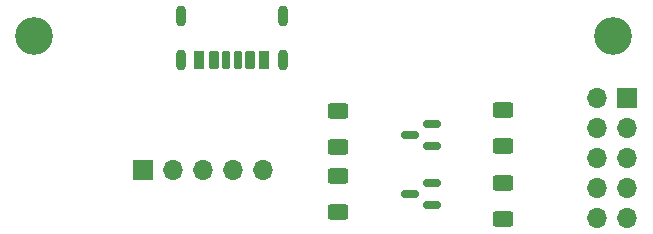
<source format=gbr>
%TF.GenerationSoftware,KiCad,Pcbnew,(6.0.0)*%
%TF.CreationDate,2022-09-27T13:06:44+08:00*%
%TF.ProjectId,rpiconnector,72706963-6f6e-46e6-9563-746f722e6b69,rev?*%
%TF.SameCoordinates,Original*%
%TF.FileFunction,Soldermask,Top*%
%TF.FilePolarity,Negative*%
%FSLAX46Y46*%
G04 Gerber Fmt 4.6, Leading zero omitted, Abs format (unit mm)*
G04 Created by KiCad (PCBNEW (6.0.0)) date 2022-09-27 13:06:44*
%MOMM*%
%LPD*%
G01*
G04 APERTURE LIST*
G04 Aperture macros list*
%AMRoundRect*
0 Rectangle with rounded corners*
0 $1 Rounding radius*
0 $2 $3 $4 $5 $6 $7 $8 $9 X,Y pos of 4 corners*
0 Add a 4 corners polygon primitive as box body*
4,1,4,$2,$3,$4,$5,$6,$7,$8,$9,$2,$3,0*
0 Add four circle primitives for the rounded corners*
1,1,$1+$1,$2,$3*
1,1,$1+$1,$4,$5*
1,1,$1+$1,$6,$7*
1,1,$1+$1,$8,$9*
0 Add four rect primitives between the rounded corners*
20,1,$1+$1,$2,$3,$4,$5,0*
20,1,$1+$1,$4,$5,$6,$7,0*
20,1,$1+$1,$6,$7,$8,$9,0*
20,1,$1+$1,$8,$9,$2,$3,0*%
G04 Aperture macros list end*
%ADD10RoundRect,0.150000X0.587500X0.150000X-0.587500X0.150000X-0.587500X-0.150000X0.587500X-0.150000X0*%
%ADD11C,3.200000*%
%ADD12O,0.900000X1.800000*%
%ADD13RoundRect,0.225000X0.225000X0.575000X-0.225000X0.575000X-0.225000X-0.575000X0.225000X-0.575000X0*%
%ADD14RoundRect,0.200000X0.200000X0.600000X-0.200000X0.600000X-0.200000X-0.600000X0.200000X-0.600000X0*%
%ADD15RoundRect,0.175000X0.175000X0.625000X-0.175000X0.625000X-0.175000X-0.625000X0.175000X-0.625000X0*%
%ADD16RoundRect,0.250000X-0.625000X0.400000X-0.625000X-0.400000X0.625000X-0.400000X0.625000X0.400000X0*%
%ADD17RoundRect,0.250000X0.625000X-0.400000X0.625000X0.400000X-0.625000X0.400000X-0.625000X-0.400000X0*%
%ADD18R,1.700000X1.700000*%
%ADD19O,1.700000X1.700000*%
G04 APERTURE END LIST*
D10*
%TO.C,Q1*%
X153937500Y-65450000D03*
X153937500Y-63550000D03*
X152062500Y-64500000D03*
%TD*%
D11*
%TO.C,REF\u002A\u002A*%
X120300000Y-56100000D03*
%TD*%
D12*
%TO.C,U1*%
X132680000Y-54420000D03*
X141320000Y-54420000D03*
X141320000Y-58120000D03*
X132680000Y-58120000D03*
D13*
X139750000Y-58122136D03*
D14*
X138520000Y-58120000D03*
D15*
X137500000Y-58120000D03*
X136500000Y-58120000D03*
D14*
X135480000Y-58120000D03*
D13*
X134250000Y-58120000D03*
%TD*%
D16*
%TO.C,R4*%
X146000000Y-67950000D03*
X146000000Y-71050000D03*
%TD*%
D10*
%TO.C,Q2*%
X153937500Y-70450000D03*
X153937500Y-68550000D03*
X152062500Y-69500000D03*
%TD*%
D17*
%TO.C,R3*%
X146000000Y-65550000D03*
X146000000Y-62450000D03*
%TD*%
%TO.C,R2*%
X160000000Y-71650000D03*
X160000000Y-68550000D03*
%TD*%
D18*
%TO.C,J1*%
X129460000Y-67500000D03*
D19*
X132000000Y-67500000D03*
X134540000Y-67500000D03*
X137080000Y-67500000D03*
X139620000Y-67500000D03*
%TD*%
D11*
%TO.C,REF\u002A\u002A*%
X169300000Y-56100000D03*
%TD*%
D17*
%TO.C,R1*%
X160000000Y-65450000D03*
X160000000Y-62350000D03*
%TD*%
D18*
%TO.C,J2*%
X170500000Y-61400000D03*
D19*
X167960000Y-61400000D03*
X170500000Y-63940000D03*
X167960000Y-63940000D03*
X170500000Y-66480000D03*
X167960000Y-66480000D03*
X170500000Y-69020000D03*
X167960000Y-69020000D03*
X170500000Y-71560000D03*
X167960000Y-71560000D03*
%TD*%
M02*

</source>
